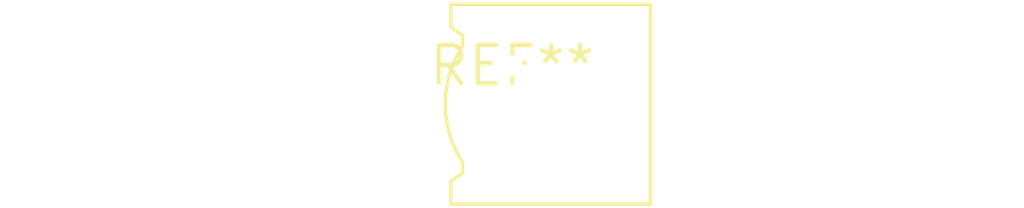
<source format=kicad_pcb>
(kicad_pcb (version 20240108) (generator pcbnew)
  (layers (0 "F.Cu" signal) (31 "B.Cu" signal) (34 "B.Paste" user) (35 "F.Paste" user) (36 "B.SilkS" user "B.Silkscreen") (37 "F.SilkS" user "F.Silkscreen") (38 "B.Mask" user) (39 "F.Mask" user) (44 "Edge.Cuts" user))
  (net 0 "")
  (footprint "LED_VCCLite_5381H5_6.35x6.35mm" (layer "F.Cu") (at 0 0)
    (property "Reference" "REF**")
    (property "Value" "LED_VCCLite_5381H5_6.35x6.35mm")
    (fp_line (start -2.032 -2.032) (end -2.032 -1.27) (layer "F.SilkS") (stroke (width 0.12)))
    (fp_line (start -2.032 -1.27) (end -1.651 -1.016) (layer "F.SilkS") (stroke (width 0.12)))
    (fp_line (start -2.032 4.572) (end -2.032 3.81) (layer "F.SilkS") (stroke (width 0.12)))
    (fp_line (start -1.651 -1.016) (end -1.651 -0.635) (layer "F.SilkS") (stroke (width 0.12)))
    (fp_line (start -1.651 3.556) (end -2.032 3.81) (layer "F.SilkS") (stroke (width 0.12)))
    (fp_line (start -1.651 3.556) (end -1.651 3.175) (layer "F.SilkS") (stroke (width 0.12)))
    (fp_line (start 4.572 -2.032) (end -2.032 -2.032) (layer "F.SilkS") (stroke (width 0.12)))
    (fp_line (start 4.572 4.572) (end -2.032 4.572) (layer "F.SilkS") (stroke (width 0.12)))
    (fp_line (start 4.572 4.572) (end 4.572 -2.032) (layer "F.SilkS") (stroke (width 0.12)))
    (fp_arc (start -1.651753 3.173843) (mid -2.2173 1.26931) (end -1.650999 -0.634999) (layer "F.SilkS") (stroke (width 0.12)))
    (pad "1" thru_hole rect (at 0 0 270) (size 1.75 1.75) (drill 0.7) (layers *.Cu *.Mask) (remove_unused_layers))
    (pad "2" thru_hole circle (at 2.54 2.54 270) (size 1.75 1.75) (drill 0.7) (layers *.Cu *.Mask) (remove_unused_layers))
  )
)
</source>
